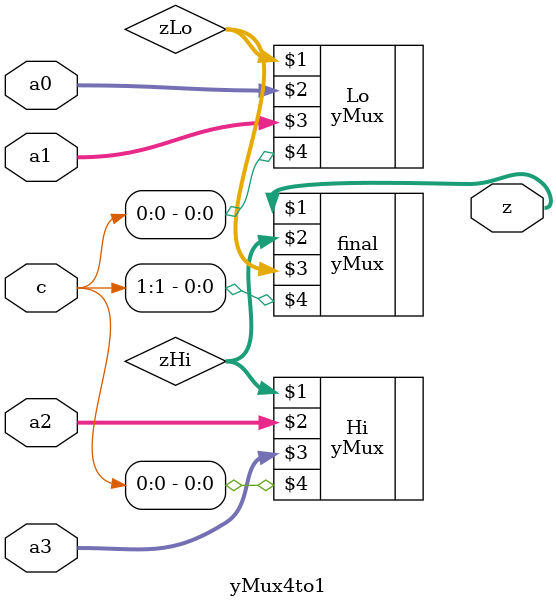
<source format=v>
module yMux4to1(z, a0, a1, a2, a3, c);

parameter SIZE = 8;
input [SIZE-1:0] a0, a1, a2, a3;
input [1:0] c;
output [SIZE-1:0] z;
wire [SIZE-1:0] zLo, zHi;


yMux #(SIZE) Lo(zLo, a0, a1, c[0]);
yMux #(SIZE) Hi(zHi, a2, a3, c[0]);
yMux #(SIZE) final(z, zHi, zLo, c[1]);


endmodule

</source>
